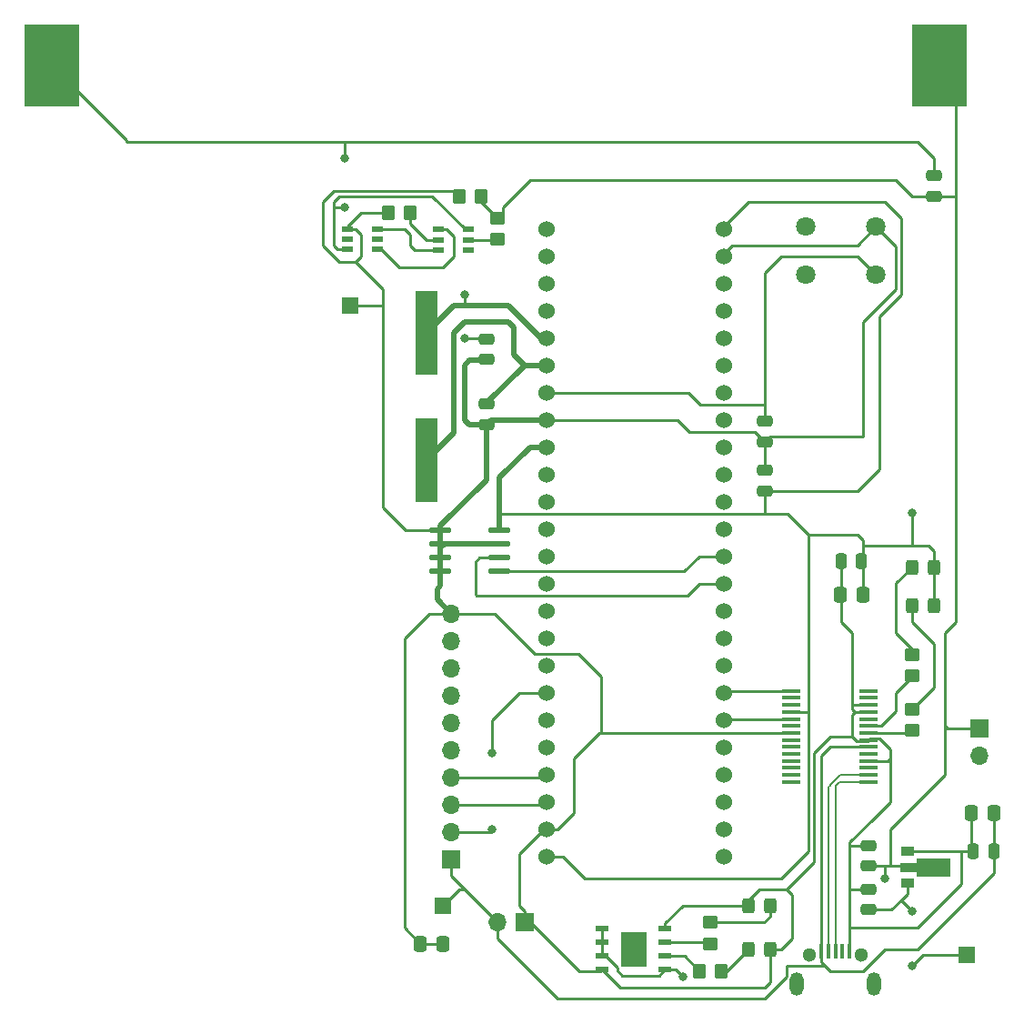
<source format=gbr>
%TF.GenerationSoftware,KiCad,Pcbnew,(7.0.0)*%
%TF.CreationDate,2023-03-21T11:28:41+02:00*%
%TF.ProjectId,EEE3088_design_project,45454533-3038-4385-9f64-657369676e5f,1.0*%
%TF.SameCoordinates,Original*%
%TF.FileFunction,Copper,L1,Top*%
%TF.FilePolarity,Positive*%
%FSLAX46Y46*%
G04 Gerber Fmt 4.6, Leading zero omitted, Abs format (unit mm)*
G04 Created by KiCad (PCBNEW (7.0.0)) date 2023-03-21 11:28:41*
%MOMM*%
%LPD*%
G01*
G04 APERTURE LIST*
G04 Aperture macros list*
%AMRoundRect*
0 Rectangle with rounded corners*
0 $1 Rounding radius*
0 $2 $3 $4 $5 $6 $7 $8 $9 X,Y pos of 4 corners*
0 Add a 4 corners polygon primitive as box body*
4,1,4,$2,$3,$4,$5,$6,$7,$8,$9,$2,$3,0*
0 Add four circle primitives for the rounded corners*
1,1,$1+$1,$2,$3*
1,1,$1+$1,$4,$5*
1,1,$1+$1,$6,$7*
1,1,$1+$1,$8,$9*
0 Add four rect primitives between the rounded corners*
20,1,$1+$1,$2,$3,$4,$5,0*
20,1,$1+$1,$4,$5,$6,$7,0*
20,1,$1+$1,$6,$7,$8,$9,0*
20,1,$1+$1,$8,$9,$2,$3,0*%
%AMFreePoly0*
4,1,9,3.862500,-0.866500,0.737500,-0.866500,0.737500,-0.450000,-0.737500,-0.450000,-0.737500,0.450000,0.737500,0.450000,0.737500,0.866500,3.862500,0.866500,3.862500,-0.866500,3.862500,-0.866500,$1*%
G04 Aperture macros list end*
%TA.AperFunction,SMDPad,CuDef*%
%ADD10R,1.300000X0.900000*%
%TD*%
%TA.AperFunction,SMDPad,CuDef*%
%ADD11FreePoly0,0.000000*%
%TD*%
%TA.AperFunction,SMDPad,CuDef*%
%ADD12RoundRect,0.250000X0.350000X0.450000X-0.350000X0.450000X-0.350000X-0.450000X0.350000X-0.450000X0*%
%TD*%
%TA.AperFunction,SMDPad,CuDef*%
%ADD13RoundRect,0.250000X-0.250000X-0.475000X0.250000X-0.475000X0.250000X0.475000X-0.250000X0.475000X0*%
%TD*%
%TA.AperFunction,ComponentPad*%
%ADD14R,1.700000X1.700000*%
%TD*%
%TA.AperFunction,ComponentPad*%
%ADD15O,1.700000X1.700000*%
%TD*%
%TA.AperFunction,SMDPad,CuDef*%
%ADD16RoundRect,0.250000X0.475000X-0.250000X0.475000X0.250000X-0.475000X0.250000X-0.475000X-0.250000X0*%
%TD*%
%TA.AperFunction,SMDPad,CuDef*%
%ADD17R,1.500000X1.500000*%
%TD*%
%TA.AperFunction,SMDPad,CuDef*%
%ADD18RoundRect,0.250000X-0.337500X-0.475000X0.337500X-0.475000X0.337500X0.475000X-0.337500X0.475000X0*%
%TD*%
%TA.AperFunction,SMDPad,CuDef*%
%ADD19RoundRect,0.250000X-0.325000X-0.450000X0.325000X-0.450000X0.325000X0.450000X-0.325000X0.450000X0*%
%TD*%
%TA.AperFunction,SMDPad,CuDef*%
%ADD20R,1.000000X0.550013*%
%TD*%
%TA.AperFunction,ComponentPad*%
%ADD21C,1.800000*%
%TD*%
%TA.AperFunction,SMDPad,CuDef*%
%ADD22RoundRect,0.250000X-0.475000X0.250000X-0.475000X-0.250000X0.475000X-0.250000X0.475000X0.250000X0*%
%TD*%
%TA.AperFunction,SMDPad,CuDef*%
%ADD23R,0.400000X1.400000*%
%TD*%
%TA.AperFunction,ComponentPad*%
%ADD24C,1.300000*%
%TD*%
%TA.AperFunction,ComponentPad*%
%ADD25O,1.300000X2.200000*%
%TD*%
%TA.AperFunction,SMDPad,CuDef*%
%ADD26RoundRect,0.250000X0.450000X-0.350000X0.450000X0.350000X-0.450000X0.350000X-0.450000X-0.350000X0*%
%TD*%
%TA.AperFunction,SMDPad,CuDef*%
%ADD27RoundRect,0.250000X0.325000X0.450000X-0.325000X0.450000X-0.325000X-0.450000X0.325000X-0.450000X0*%
%TD*%
%TA.AperFunction,SMDPad,CuDef*%
%ADD28O,2.045009X0.588011*%
%TD*%
%TA.AperFunction,SMDPad,CuDef*%
%ADD29R,5.080010X7.620015*%
%TD*%
%TA.AperFunction,ComponentPad*%
%ADD30C,1.524000*%
%TD*%
%TA.AperFunction,SMDPad,CuDef*%
%ADD31RoundRect,0.250000X-0.450000X0.350000X-0.450000X-0.350000X0.450000X-0.350000X0.450000X0.350000X0*%
%TD*%
%TA.AperFunction,SMDPad,CuDef*%
%ADD32R,1.200000X0.600000*%
%TD*%
%TA.AperFunction,SMDPad,CuDef*%
%ADD33R,2.400000X3.300000*%
%TD*%
%TA.AperFunction,SMDPad,CuDef*%
%ADD34R,2.000000X7.875000*%
%TD*%
%TA.AperFunction,SMDPad,CuDef*%
%ADD35R,1.750000X0.450000*%
%TD*%
%TA.AperFunction,ViaPad*%
%ADD36C,0.800000*%
%TD*%
%TA.AperFunction,Conductor*%
%ADD37C,0.250000*%
%TD*%
%TA.AperFunction,Conductor*%
%ADD38C,0.500000*%
%TD*%
%TA.AperFunction,Conductor*%
%ADD39C,0.200000*%
%TD*%
G04 APERTURE END LIST*
D10*
%TO.P,U7,1,GND*%
%TO.N,GND*%
X172293999Y-141755999D03*
D11*
%TO.P,U7,2,VIN*%
%TO.N,/Power managment/POS_terminal*%
X172381500Y-143256000D03*
D10*
%TO.P,U7,3,VOUT*%
%TO.N,Vout3*%
X172293999Y-144755999D03*
%TD*%
D12*
%TO.P,R4,1*%
%TO.N,Net-(D4-K)*%
X154940000Y-152908000D03*
%TO.P,R4,2*%
%TO.N,Net-(U4-STDBY#)*%
X152940000Y-152908000D03*
%TD*%
D13*
%TO.P,C8,1*%
%TO.N,GND*%
X178440000Y-141732000D03*
%TO.P,C8,2*%
%TO.N,+5V*%
X180340000Y-141732000D03*
%TD*%
D14*
%TO.P,J3,1,Pin_1*%
%TO.N,GND*%
X136651999Y-148335999D03*
D15*
%TO.P,J3,2,Pin_2*%
%TO.N,+5V*%
X134111999Y-148335999D03*
%TD*%
D16*
%TO.P,C10,1*%
%TO.N,/Power managment/POS_terminal*%
X168656000Y-143124000D03*
%TO.P,C10,2*%
%TO.N,GND*%
X168656000Y-141224000D03*
%TD*%
D13*
%TO.P,C1,1*%
%TO.N,GND*%
X166120500Y-114746000D03*
%TO.P,C1,2*%
%TO.N,Vout3*%
X168020500Y-114746000D03*
%TD*%
D17*
%TO.P,TP1,1,1*%
%TO.N,+5V*%
X129031999Y-146811999D03*
%TD*%
D18*
%TO.P,C2,1*%
%TO.N,GND*%
X166094500Y-117856000D03*
%TO.P,C2,2*%
%TO.N,Vout3*%
X168169500Y-117856000D03*
%TD*%
D19*
%TO.P,D1,1,K*%
%TO.N,Net-(D1-K)*%
X172702000Y-118872000D03*
%TO.P,D1,2,A*%
%TO.N,Vout3*%
X174752000Y-118872000D03*
%TD*%
D12*
%TO.P,R5,1*%
%TO.N,/Power managment/POS_terminal*%
X132588000Y-80772000D03*
%TO.P,R5,2*%
%TO.N,GND*%
X130588000Y-80772000D03*
%TD*%
D16*
%TO.P,C12,1*%
%TO.N,/Power managment/POS_terminal*%
X174752000Y-80772000D03*
%TO.P,C12,2*%
%TO.N,Net-(BT1--)*%
X174752000Y-78872000D03*
%TD*%
D20*
%TO.P,U5,1,OD*%
%TO.N,/Power managment/OD*%
X128647948Y-83886037D03*
%TO.P,U5,2,CS*%
%TO.N,Net-(U5-CS)*%
X128647948Y-84835999D03*
%TO.P,U5,3,OC*%
%TO.N,/Power managment/OC*%
X128647948Y-85785961D03*
%TO.P,U5,4,TD*%
%TO.N,unconnected-(U5-TD-Pad4)*%
X131448050Y-85785961D03*
%TO.P,U5,5,VCC*%
%TO.N,Net-(U5-VCC)*%
X131448050Y-84835999D03*
%TO.P,U5,6,GND*%
%TO.N,Net-(BT1--)*%
X131448050Y-83886037D03*
%TD*%
D21*
%TO.P,S1,1,1*%
%TO.N,unconnected-(S1-Pad1)*%
X162866064Y-83602064D03*
%TO.P,S1,2,2*%
%TO.N,GND*%
X169365936Y-83602064D03*
%TO.P,S1,3,3*%
%TO.N,unconnected-(S1-Pad3)*%
X162866064Y-88101936D03*
%TO.P,S1,4,4*%
%TO.N,/Microcontroller Interface/NRST*%
X169365936Y-88101936D03*
%TD*%
D14*
%TO.P,J1,1,Pin_1*%
%TO.N,/Power managment/POS_terminal*%
X179012999Y-130296999D03*
D15*
%TO.P,J1,2,Pin_2*%
%TO.N,Vout3*%
X179012999Y-132836999D03*
%TD*%
D22*
%TO.P,C5,1*%
%TO.N,GND*%
X159004000Y-106304000D03*
%TO.P,C5,2*%
%TO.N,Vout3*%
X159004000Y-108204000D03*
%TD*%
D20*
%TO.P,U6,1,S1*%
%TO.N,GND*%
X120135897Y-83819999D03*
%TO.P,U6,2,D1/D2*%
%TO.N,unconnected-(U6-D1{slash}D2-Pad2)*%
X120135897Y-84769961D03*
%TO.P,U6,3,S2*%
%TO.N,Net-(BT1--)*%
X120135897Y-85719923D03*
%TO.P,U6,4,G2*%
%TO.N,/Power managment/OD*%
X122935999Y-85719923D03*
%TO.P,U6,5,D1/D2*%
%TO.N,unconnected-(U6-D1{slash}D2-Pad5)*%
X122935999Y-84769961D03*
%TO.P,U6,6,G1*%
%TO.N,/Power managment/OC*%
X122935999Y-83819999D03*
%TD*%
D19*
%TO.P,D4,1,K*%
%TO.N,Net-(D4-K)*%
X157462000Y-150876000D03*
%TO.P,D4,2,A*%
%TO.N,GND*%
X159512000Y-150876000D03*
%TD*%
D23*
%TO.P,USB1,1,VBUS*%
%TO.N,+5V*%
X164308024Y-151051826D03*
%TO.P,USB1,2,D-*%
%TO.N,/Microcontroller Interface/D-*%
X164958012Y-151051826D03*
%TO.P,USB1,3,D+*%
%TO.N,/Microcontroller Interface/D+*%
X165607999Y-151051826D03*
%TO.P,USB1,4,ID*%
%TO.N,unconnected-(USB1-ID-Pad4)*%
X166257986Y-151051826D03*
%TO.P,USB1,5,GND*%
%TO.N,GND*%
X166907974Y-151051826D03*
D24*
%TO.P,USB1,6,SH1*%
%TO.N,unconnected-(USB1-SH1-Pad6)*%
X168032943Y-151424446D03*
D25*
%TO.P,USB1,7,SH2*%
%TO.N,unconnected-(USB1-SH2-Pad7)*%
X169207948Y-154094498D03*
%TO.P,USB1,8,SH3*%
%TO.N,unconnected-(USB1-SH3-Pad8)*%
X162008050Y-154094498D03*
D24*
%TO.P,USB1,9,SH4*%
%TO.N,unconnected-(USB1-SH4-Pad9)*%
X163183057Y-151424446D03*
%TD*%
D18*
%TO.P,C9,1*%
%TO.N,GND*%
X126957000Y-150368000D03*
%TO.P,C9,2*%
X129032000Y-150368000D03*
%TD*%
D26*
%TO.P,R2,1*%
%TO.N,Net-(U2-CBUS0)*%
X172720000Y-125444000D03*
%TO.P,R2,2*%
%TO.N,Net-(D2-K)*%
X172720000Y-123444000D03*
%TD*%
D18*
%TO.P,C7,1*%
%TO.N,GND*%
X178265000Y-138176000D03*
%TO.P,C7,2*%
%TO.N,+5V*%
X180340000Y-138176000D03*
%TD*%
D27*
%TO.P,D3,1,K*%
%TO.N,Net-(D3-K)*%
X159512000Y-146812000D03*
%TO.P,D3,2,A*%
%TO.N,GND*%
X157462000Y-146812000D03*
%TD*%
D14*
%TO.P,J2,1,Pin_1*%
%TO.N,+5V*%
X129850999Y-142488999D03*
D15*
%TO.P,J2,2,Pin_2*%
%TO.N,Analog temp sensor*%
X129850999Y-139948999D03*
%TO.P,J2,3,Pin_3*%
%TO.N,Temp_Sensor_SDA*%
X129850999Y-137408999D03*
%TO.P,J2,4,Pin_4*%
%TO.N,Temp_Sensor_SLC*%
X129850999Y-134868999D03*
%TO.P,J2,5,Pin_5*%
%TO.N,unconnected-(J2-Pin_5-Pad5)*%
X129850999Y-132328999D03*
%TO.P,J2,6,Pin_6*%
%TO.N,unconnected-(J2-Pin_6-Pad6)*%
X129850999Y-129788999D03*
%TO.P,J2,7,Pin_7*%
%TO.N,/Microcontroller Interface/Plug_Detect*%
X129850999Y-127248999D03*
%TO.P,J2,8,Pin_8*%
%TO.N,/Microcontroller Interface/TX*%
X129850999Y-124708999D03*
%TO.P,J2,9,Pin_9*%
%TO.N,/Microcontroller Interface/RX*%
X129850999Y-122168999D03*
%TO.P,J2,10,Pin_10*%
%TO.N,GND*%
X129850999Y-119628999D03*
%TD*%
D26*
%TO.P,R1,1*%
%TO.N,Net-(U2-CBUS1)*%
X172720000Y-130524000D03*
%TO.P,R1,2*%
%TO.N,Net-(D1-K)*%
X172720000Y-128524000D03*
%TD*%
D19*
%TO.P,D2,1,K*%
%TO.N,Net-(D2-K)*%
X172702000Y-115316000D03*
%TO.P,D2,2,A*%
%TO.N,Vout3*%
X174752000Y-115316000D03*
%TD*%
D16*
%TO.P,C11,1*%
%TO.N,Vout3*%
X168656000Y-147188000D03*
%TO.P,C11,2*%
%TO.N,GND*%
X168656000Y-145288000D03*
%TD*%
D28*
%TO.P,U3,1,A0*%
%TO.N,GND*%
X128799583Y-111886995D03*
%TO.P,U3,2,A1*%
X128799583Y-113156998D03*
%TO.P,U3,3,A2*%
X128799583Y-114427000D03*
%TO.P,U3,4,GND*%
X128799583Y-115697003D03*
%TO.P,U3,5,SDA*%
%TO.N,/Microcontroller Interface/Eprom_SDA*%
X134344415Y-115697003D03*
%TO.P,U3,6,SCL*%
%TO.N,/Microcontroller Interface/Eprom_SLC*%
X134344415Y-114427000D03*
%TO.P,U3,7,WP*%
%TO.N,GND*%
X134344415Y-113156998D03*
%TO.P,U3,8,VCC*%
%TO.N,Vout3*%
X134344415Y-111886995D03*
%TD*%
D29*
%TO.P,BT1,1,+*%
%TO.N,/Power managment/POS_terminal*%
X175259999Y-68579999D03*
%TO.P,BT1,2,-*%
%TO.N,Net-(BT1--)*%
X92633633Y-68579999D03*
%TD*%
D17*
%TO.P,TP3,1,1*%
%TO.N,Vout3*%
X177799999Y-151383999D03*
%TD*%
D30*
%TO.P,J7,1,Pin_1*%
%TO.N,unconnected-(J7-Pin_1-Pad1)*%
X138684000Y-83820000D03*
%TO.P,J7,2,Pin_2*%
%TO.N,unconnected-(J7-Pin_2-Pad2)*%
X138684000Y-86360000D03*
%TO.P,J7,3,Pin_3*%
%TO.N,unconnected-(J7-Pin_3-Pad3)*%
X138684000Y-88900000D03*
%TO.P,J7,4,Pin_4*%
%TO.N,unconnected-(J7-Pin_4-Pad4)*%
X138684000Y-91440000D03*
%TO.P,J7,5,Pin_5*%
%TO.N,Net-(J7-Pin_5)*%
X138684000Y-93980000D03*
%TO.P,J7,6,Pin_6*%
%TO.N,Net-(J7-Pin_6)*%
X138684000Y-96520000D03*
%TO.P,J7,7,Pin_7*%
%TO.N,/Microcontroller Interface/NRST*%
X138684000Y-99060000D03*
%TO.P,J7,8,Pin_8*%
%TO.N,GND*%
X138684000Y-101600000D03*
%TO.P,J7,9,Pin_9*%
%TO.N,Vout3*%
X138684000Y-104140000D03*
%TO.P,J7,10,Pin_10*%
%TO.N,PA0*%
X138684000Y-106680000D03*
%TO.P,J7,11,Pin_11*%
%TO.N,PA1*%
X138684000Y-109220000D03*
%TO.P,J7,12,Pin_12*%
%TO.N,PA2*%
X138684000Y-111760000D03*
%TO.P,J7,13,Pin_13*%
%TO.N,PA3*%
X138684000Y-114300000D03*
%TO.P,J7,14,Pin_14*%
%TO.N,PA4*%
X138684000Y-116840000D03*
%TO.P,J7,15,Pin_15*%
%TO.N,PA5*%
X138684000Y-119380000D03*
%TO.P,J7,16,Pin_16*%
%TO.N,PA6*%
X138684000Y-121920000D03*
%TO.P,J7,17,Pin_17*%
%TO.N,unconnected-(J7-Pin_17-Pad17)*%
X138684000Y-124460000D03*
%TO.P,J7,18,Pin_18*%
%TO.N,Analog temp sensor*%
X138684000Y-127000000D03*
%TO.P,J7,19,Pin_19*%
%TO.N,PB1*%
X138684000Y-129540000D03*
%TO.P,J7,20,Pin_20*%
%TO.N,PB2*%
X138684000Y-132080000D03*
%TO.P,J7,21,Pin_21*%
%TO.N,Temp_Sensor_SLC*%
X138684000Y-134620000D03*
%TO.P,J7,22,Pin_22*%
%TO.N,Temp_Sensor_SDA*%
X138684000Y-137160000D03*
%TO.P,J7,23,Pin_23*%
%TO.N,GND*%
X138684000Y-139700000D03*
%TO.P,J7,24,Pin_24*%
%TO.N,Vout3*%
X138684000Y-142240000D03*
%TO.P,J7,25,Pin_25*%
%TO.N,PB12*%
X155194000Y-142240000D03*
%TO.P,J7,26,Pin_26*%
%TO.N,PB13*%
X155194000Y-139700000D03*
%TO.P,J7,27,Pin_27*%
%TO.N,PB14*%
X155194000Y-137160000D03*
%TO.P,J7,28,Pin_28*%
%TO.N,PB15*%
X155194000Y-134620000D03*
%TO.P,J7,29,Pin_29*%
%TO.N,PA8*%
X155194000Y-132080000D03*
%TO.P,J7,30,Pin_30*%
%TO.N,/Microcontroller Interface/RX*%
X155194000Y-129540000D03*
%TO.P,J7,31,Pin_31*%
%TO.N,/Microcontroller Interface/TX*%
X155194000Y-127000000D03*
%TO.P,J7,32,Pin_32*%
%TO.N,PA11*%
X155194000Y-124460000D03*
%TO.P,J7,33,Pin_33*%
%TO.N,PA12*%
X155194000Y-121920000D03*
%TO.P,J7,34,Pin_34*%
%TO.N,PA13*%
X155194000Y-119380000D03*
%TO.P,J7,35,Pin_35*%
%TO.N,/Microcontroller Interface/Eprom_SLC*%
X155194000Y-116840000D03*
%TO.P,J7,36,Pin_36*%
%TO.N,/Microcontroller Interface/Eprom_SDA*%
X155194000Y-114300000D03*
%TO.P,J7,37,Pin_37*%
%TO.N,PA14*%
X155194000Y-111760000D03*
%TO.P,J7,38,Pin_38*%
%TO.N,PA15*%
X155194000Y-109220000D03*
%TO.P,J7,39,Pin_39*%
%TO.N,PB3*%
X155194000Y-106680000D03*
%TO.P,J7,40,Pin_40*%
%TO.N,PB4*%
X155194000Y-104140000D03*
%TO.P,J7,41,Pin_41*%
%TO.N,PB5*%
X155194000Y-101600000D03*
%TO.P,J7,42,Pin_42*%
%TO.N,PB6*%
X155194000Y-99060000D03*
%TO.P,J7,43,Pin_43*%
%TO.N,PB7*%
X155194000Y-96520000D03*
%TO.P,J7,44,Pin_44*%
%TO.N,unconnected-(J7-Pin_44-Pad44)*%
X155194000Y-93980000D03*
%TO.P,J7,45,Pin_45*%
%TO.N,PB8*%
X155194000Y-91440000D03*
%TO.P,J7,46,Pin_46*%
%TO.N,PB9*%
X155194000Y-88900000D03*
%TO.P,J7,47,Pin_47*%
%TO.N,GND*%
X155194000Y-86360000D03*
%TO.P,J7,48,Pin_48*%
%TO.N,Vout3*%
X155194000Y-83820000D03*
%TD*%
D17*
%TO.P,TP2,1,1*%
%TO.N,GND*%
X120395999Y-90931999D03*
%TD*%
D31*
%TO.P,R7,1*%
%TO.N,/Power managment/POS_terminal*%
X134112000Y-82804000D03*
%TO.P,R7,2*%
%TO.N,Net-(U5-VCC)*%
X134112000Y-84804000D03*
%TD*%
D16*
%TO.P,C3,1*%
%TO.N,GND*%
X133129000Y-102009000D03*
%TO.P,C3,2*%
%TO.N,Net-(J7-Pin_6)*%
X133129000Y-100109000D03*
%TD*%
D32*
%TO.P,U4,1,TEMP*%
%TO.N,/Power managment/POS_terminal*%
X143903693Y-148970995D03*
%TO.P,U4,2,PROG*%
X143903693Y-150240998D03*
%TO.P,U4,3,GND*%
X143903693Y-151511000D03*
%TO.P,U4,4,VCC*%
%TO.N,GND*%
X143903693Y-152781003D03*
%TO.P,U4,5,BAT*%
%TO.N,/Power managment/POS_terminal*%
X149720305Y-152781003D03*
%TO.P,U4,6,STDBY#*%
%TO.N,Net-(U4-STDBY#)*%
X149720305Y-151511000D03*
%TO.P,U4,7,CHRG#*%
%TO.N,Net-(U4-CHRG#)*%
X149720305Y-150240998D03*
%TO.P,U4,8,CE*%
%TO.N,GND*%
X149720305Y-148970995D03*
D33*
%TO.P,U4,9,EP*%
%TO.N,unconnected-(U4-EP-Pad9)*%
X146811999Y-150875999D03*
%TD*%
D16*
%TO.P,C4,1*%
%TO.N,GND*%
X133129000Y-95979000D03*
%TO.P,C4,2*%
%TO.N,Net-(J7-Pin_5)*%
X133129000Y-94079000D03*
%TD*%
D12*
%TO.P,R6,1*%
%TO.N,Net-(U5-CS)*%
X125984000Y-82296000D03*
%TO.P,R6,2*%
%TO.N,GND*%
X123984000Y-82296000D03*
%TD*%
D34*
%TO.P,Y1,1,1*%
%TO.N,Net-(J7-Pin_5)*%
X127507999Y-93471999D03*
%TO.P,Y1,2,2*%
%TO.N,Net-(J7-Pin_6)*%
X127507999Y-105346999D03*
%TD*%
D31*
%TO.P,R3,1*%
%TO.N,Net-(D3-K)*%
X153924000Y-148368000D03*
%TO.P,R3,2*%
%TO.N,Net-(U4-CHRG#)*%
X153924000Y-150368000D03*
%TD*%
D35*
%TO.P,U2,1,TXD*%
%TO.N,/Microcontroller Interface/TX*%
X161499999Y-126838999D03*
%TO.P,U2,2,DTR*%
%TO.N,unconnected-(U2-DTR-Pad2)*%
X161499999Y-127488999D03*
%TO.P,U2,3,RTS*%
%TO.N,unconnected-(U2-RTS-Pad3)*%
X161499999Y-128138999D03*
%TO.P,U2,4,VCCIO*%
%TO.N,Vout3*%
X161499999Y-128788999D03*
%TO.P,U2,5,RXD*%
%TO.N,/Microcontroller Interface/RX*%
X161499999Y-129438999D03*
%TO.P,U2,6,RI*%
%TO.N,unconnected-(U2-RI-Pad6)*%
X161499999Y-130088999D03*
%TO.P,U2,7,GND*%
%TO.N,GND*%
X161499999Y-130738999D03*
%TO.P,U2,8*%
%TO.N,N/C*%
X161499999Y-131388999D03*
%TO.P,U2,9,DCR*%
%TO.N,unconnected-(U2-DCR-Pad9)*%
X161499999Y-132038999D03*
%TO.P,U2,10,DCD*%
%TO.N,unconnected-(U2-DCD-Pad10)*%
X161499999Y-132688999D03*
%TO.P,U2,11,CTS*%
%TO.N,unconnected-(U2-CTS-Pad11)*%
X161499999Y-133338999D03*
%TO.P,U2,12,CBUS4*%
%TO.N,unconnected-(U2-CBUS4-Pad12)*%
X161499999Y-133988999D03*
%TO.P,U2,13,CBUS2*%
%TO.N,unconnected-(U2-CBUS2-Pad13)*%
X161499999Y-134638999D03*
%TO.P,U2,14,CBUS3*%
%TO.N,unconnected-(U2-CBUS3-Pad14)*%
X161499999Y-135288999D03*
%TO.P,U2,15,USBD+*%
%TO.N,/Microcontroller Interface/D+*%
X168699999Y-135288999D03*
%TO.P,U2,16,USBD-*%
%TO.N,/Microcontroller Interface/D-*%
X168699999Y-134638999D03*
%TO.P,U2,17,3V3OUT*%
%TO.N,unconnected-(U2-3V3OUT-Pad17)*%
X168699999Y-133988999D03*
%TO.P,U2,18,GND*%
%TO.N,GND*%
X168699999Y-133338999D03*
%TO.P,U2,19,~{RESET}*%
%TO.N,unconnected-(U2-~{RESET}-Pad19)*%
X168699999Y-132688999D03*
%TO.P,U2,20,VCC*%
%TO.N,+5V*%
X168699999Y-132038999D03*
%TO.P,U2,21,GND*%
%TO.N,GND*%
X168699999Y-131388999D03*
%TO.P,U2,22,CBUS1*%
%TO.N,Net-(U2-CBUS1)*%
X168699999Y-130738999D03*
%TO.P,U2,23,CBUS0*%
%TO.N,Net-(U2-CBUS0)*%
X168699999Y-130088999D03*
%TO.P,U2,24*%
%TO.N,N/C*%
X168699999Y-129438999D03*
%TO.P,U2,25,AGND*%
%TO.N,GND*%
X168699999Y-128788999D03*
%TO.P,U2,26,TEST*%
X168699999Y-128138999D03*
%TO.P,U2,27,OSCI*%
%TO.N,unconnected-(U2-OSCI-Pad27)*%
X168699999Y-127488999D03*
%TO.P,U2,28,OSCO*%
%TO.N,unconnected-(U2-OSCO-Pad28)*%
X168699999Y-126838999D03*
%TD*%
D16*
%TO.P,C6,1*%
%TO.N,GND*%
X159004000Y-103632000D03*
%TO.P,C6,2*%
%TO.N,/Microcontroller Interface/NRST*%
X159004000Y-101732000D03*
%TD*%
D36*
%TO.N,Analog temp sensor*%
X133604000Y-132588000D03*
X133604000Y-139700000D03*
%TO.N,/Power managment/POS_terminal*%
X170180000Y-144272000D03*
X151384000Y-153416000D03*
%TO.N,Net-(BT1--)*%
X119888000Y-77216000D03*
X119888000Y-81788000D03*
%TO.N,Vout3*%
X172720000Y-152400000D03*
X172720000Y-147320000D03*
X172720000Y-110236000D03*
%TO.N,Net-(J7-Pin_5)*%
X131064000Y-93980000D03*
X131064000Y-89916000D03*
%TD*%
D37*
%TO.N,GND*%
X166116000Y-120396000D02*
X166116000Y-117877500D01*
X169700000Y-131289000D02*
X168800000Y-131289000D01*
D38*
X129032000Y-113284000D02*
X128926585Y-113284000D01*
D37*
X129851000Y-119629000D02*
X133853000Y-119629000D01*
X143581000Y-130739000D02*
X141224000Y-133096000D01*
X161544000Y-145796000D02*
X161544000Y-149860000D01*
X177292000Y-141756000D02*
X177292000Y-144780000D01*
X143776698Y-152908000D02*
X143903694Y-152781004D01*
D38*
X131064000Y-101600000D02*
X131473000Y-102009000D01*
D37*
X137597000Y-123373000D02*
X141661000Y-123373000D01*
X120135898Y-83820000D02*
X120135898Y-83572102D01*
X121412000Y-86360000D02*
X120904000Y-86868000D01*
X155956000Y-85344000D02*
X167624000Y-85344000D01*
X120135898Y-83572102D02*
X121412000Y-82296000D01*
X161036000Y-145288000D02*
X161544000Y-145796000D01*
X130080000Y-80264000D02*
X130588000Y-80772000D01*
X139700000Y-139700000D02*
X138430000Y-139700000D01*
X125476000Y-148887000D02*
X126957000Y-150368000D01*
X145554690Y-154432000D02*
X159004000Y-154432000D01*
D38*
X133129000Y-102009000D02*
X133538000Y-101600000D01*
D37*
X173228000Y-148844000D02*
X166907975Y-148844000D01*
X168600000Y-131489000D02*
X168700000Y-131389000D01*
X168700000Y-133339000D02*
X170445000Y-133339000D01*
X141224000Y-138176000D02*
X139700000Y-139700000D01*
D38*
X131473000Y-102009000D02*
X133129000Y-102009000D01*
D37*
X117856000Y-81280000D02*
X118872000Y-80264000D01*
X167557000Y-131489000D02*
X168600000Y-131489000D01*
X133129000Y-95979000D02*
X133063000Y-96045000D01*
X166120500Y-114746000D02*
X166120500Y-117830000D01*
X163576000Y-142748000D02*
X161036000Y-145288000D01*
X167255000Y-128139000D02*
X168700000Y-128139000D01*
X136144000Y-146812000D02*
X136652000Y-147320000D01*
X167375000Y-128789000D02*
X167132000Y-128546000D01*
X167132000Y-121412000D02*
X166116000Y-120396000D01*
X123444000Y-90932000D02*
X123444000Y-109728000D01*
X177292000Y-141756000D02*
X178416000Y-141756000D01*
X161500000Y-130739000D02*
X143764000Y-130739000D01*
X118872000Y-80264000D02*
X130080000Y-80264000D01*
D38*
X128799584Y-115697004D02*
X128799584Y-114427001D01*
D37*
X167132000Y-128546000D02*
X167132000Y-128016000D01*
X159512000Y-103124000D02*
X168148000Y-103124000D01*
X127767000Y-119629000D02*
X125476000Y-121920000D01*
X169222000Y-138684000D02*
X169164000Y-138684000D01*
X136652000Y-148336000D02*
X137160000Y-148336000D01*
X161036000Y-150368000D02*
X160528000Y-150876000D01*
X120904000Y-86868000D02*
X119380000Y-86868000D01*
X163576000Y-132588000D02*
X163576000Y-142748000D01*
X143764000Y-125476000D02*
X143764000Y-130739000D01*
X154940000Y-86360000D02*
X155956000Y-85344000D01*
D38*
X128926585Y-113284000D02*
X128799584Y-113156999D01*
D37*
X141661000Y-123373000D02*
X143764000Y-125476000D01*
D38*
X133096000Y-107188000D02*
X133096000Y-102042000D01*
D37*
X167132000Y-131064000D02*
X165100000Y-131064000D01*
X143903694Y-152781004D02*
X145554690Y-154432000D01*
X137160000Y-148336000D02*
X141732000Y-152908000D01*
D38*
X133096000Y-102042000D02*
X133129000Y-102009000D01*
D37*
X143764000Y-130739000D02*
X143581000Y-130739000D01*
D38*
X128524000Y-118302000D02*
X128524000Y-117348000D01*
D37*
X171196000Y-85432128D02*
X169365936Y-83602064D01*
D38*
X128799584Y-114427001D02*
X128799584Y-113156999D01*
D37*
X120904000Y-83820000D02*
X121412000Y-84328000D01*
X120396000Y-90932000D02*
X123444000Y-90932000D01*
X125602996Y-111886996D02*
X128799584Y-111886996D01*
X166907975Y-141224000D02*
X166907975Y-140940025D01*
X166116000Y-117877500D02*
X166094500Y-117856000D01*
X166120500Y-117830000D02*
X166094500Y-117856000D01*
D38*
X128524000Y-117348000D02*
X128799584Y-117072416D01*
D37*
X170688000Y-137160000D02*
X170688000Y-133096000D01*
X123444000Y-109728000D02*
X125602996Y-111886996D01*
X138430000Y-101600000D02*
X150876000Y-101600000D01*
X151963000Y-102687000D02*
X158059000Y-102687000D01*
D38*
X128799584Y-117072416D02*
X128799584Y-115697004D01*
D37*
X168148000Y-103124000D02*
X168148000Y-92456000D01*
X170445000Y-133339000D02*
X170688000Y-133096000D01*
X165100000Y-131064000D02*
X163576000Y-132588000D01*
X172294000Y-141756000D02*
X177292000Y-141756000D01*
X133853000Y-119629000D02*
X137597000Y-123373000D01*
D38*
X129851000Y-119629000D02*
X128524000Y-118302000D01*
D37*
X125476000Y-121920000D02*
X125476000Y-148887000D01*
D38*
X131539000Y-96045000D02*
X131064000Y-96520000D01*
D37*
X167132000Y-129032000D02*
X167132000Y-131064000D01*
X168656000Y-141224000D02*
X166907975Y-141224000D01*
D38*
X128799584Y-111484416D02*
X133096000Y-107188000D01*
D37*
X178265000Y-138176000D02*
X178265000Y-141557000D01*
X121412000Y-82296000D02*
X123984000Y-82296000D01*
X167132000Y-128016000D02*
X167132000Y-121412000D01*
X149720306Y-148475694D02*
X151384000Y-146812000D01*
X169164000Y-138684000D02*
X170688000Y-137160000D01*
X117856000Y-85344000D02*
X117856000Y-81280000D01*
X167624000Y-85344000D02*
X169365936Y-83602064D01*
X168800000Y-131289000D02*
X168700000Y-131389000D01*
X149720306Y-148970996D02*
X149720306Y-148475694D01*
X151384000Y-146812000D02*
X157462000Y-146812000D01*
X126957000Y-150368000D02*
X129032000Y-150368000D01*
D38*
X129159001Y-113156999D02*
X129032000Y-113284000D01*
D37*
X160528000Y-150876000D02*
X159512000Y-150876000D01*
X166907975Y-148844000D02*
X166907975Y-145288000D01*
X170688000Y-132277000D02*
X169700000Y-131289000D01*
X178265000Y-141557000D02*
X178440000Y-141732000D01*
X168700000Y-128789000D02*
X167375000Y-128789000D01*
X121412000Y-84328000D02*
X121412000Y-86360000D01*
X178416000Y-141756000D02*
X178440000Y-141732000D01*
X136144000Y-141986000D02*
X136144000Y-146812000D01*
X157462000Y-146322000D02*
X158496000Y-145288000D01*
X141732000Y-152908000D02*
X143776698Y-152908000D01*
X119380000Y-86868000D02*
X117856000Y-85344000D01*
D38*
X131064000Y-96520000D02*
X131064000Y-101600000D01*
D37*
X159004000Y-103632000D02*
X159512000Y-103124000D01*
X170688000Y-133096000D02*
X170688000Y-132277000D01*
X166907975Y-151051827D02*
X166907975Y-148844000D01*
X167132000Y-128016000D02*
X167255000Y-128139000D01*
X166907975Y-140940025D02*
X169164000Y-138684000D01*
X168148000Y-92456000D02*
X171196000Y-89408000D01*
X150876000Y-101600000D02*
X151963000Y-102687000D01*
X161544000Y-149860000D02*
X161036000Y-150368000D01*
X141224000Y-133096000D02*
X141224000Y-138176000D01*
X120904000Y-86868000D02*
X123444000Y-89408000D01*
X171196000Y-89408000D02*
X171196000Y-85432128D01*
X158059000Y-102687000D02*
X159004000Y-103632000D01*
X138430000Y-139700000D02*
X136144000Y-141986000D01*
X168656000Y-145288000D02*
X166907975Y-145288000D01*
D38*
X128799584Y-111886996D02*
X128799584Y-111484416D01*
D37*
X177292000Y-144780000D02*
X173228000Y-148844000D01*
X159004000Y-106304000D02*
X159004000Y-103632000D01*
X167375000Y-128789000D02*
X167132000Y-129032000D01*
X166907975Y-145288000D02*
X166907975Y-141224000D01*
X158496000Y-145288000D02*
X161036000Y-145288000D01*
D38*
X134344416Y-113156999D02*
X129159001Y-113156999D01*
D37*
X129851000Y-119629000D02*
X127767000Y-119629000D01*
X159512000Y-153924000D02*
X159512000Y-150876000D01*
X159004000Y-154432000D02*
X159512000Y-153924000D01*
D38*
X133538000Y-101600000D02*
X138430000Y-101600000D01*
X133063000Y-96045000D02*
X131539000Y-96045000D01*
D37*
X157462000Y-146812000D02*
X157462000Y-146322000D01*
X167132000Y-131064000D02*
X167557000Y-131489000D01*
X123444000Y-89408000D02*
X123444000Y-90932000D01*
X136652000Y-147320000D02*
X136652000Y-148336000D01*
X120135898Y-83820000D02*
X120904000Y-83820000D01*
D38*
X128799584Y-113156999D02*
X128799584Y-111886996D01*
D37*
%TO.N,+5V*%
X129032000Y-146812000D02*
X130556000Y-145288000D01*
X161036000Y-152400000D02*
X161036000Y-153416000D01*
X168148000Y-152908000D02*
X170180000Y-150876000D01*
X170180000Y-150876000D02*
X173228000Y-150876000D01*
X164592000Y-152400000D02*
X161036000Y-152400000D01*
X164308025Y-132871975D02*
X164308025Y-151051827D01*
X164846000Y-152654000D02*
X164592000Y-152400000D01*
X165141000Y-132039000D02*
X164308025Y-132871975D01*
X165100000Y-152908000D02*
X168148000Y-152908000D01*
X164846000Y-152654000D02*
X165100000Y-152908000D01*
X129851000Y-144075000D02*
X131064000Y-145288000D01*
X129851000Y-142489000D02*
X129851000Y-144075000D01*
X130556000Y-145288000D02*
X131064000Y-145288000D01*
X159004000Y-155448000D02*
X139700000Y-155448000D01*
X168700000Y-132039000D02*
X165141000Y-132039000D01*
X173228000Y-150876000D02*
X180340000Y-143764000D01*
X139700000Y-155448000D02*
X134112000Y-149860000D01*
X134112000Y-149860000D02*
X134112000Y-148336000D01*
X164308025Y-151051827D02*
X164308025Y-152116025D01*
X161036000Y-153416000D02*
X159004000Y-155448000D01*
X131064000Y-145288000D02*
X134112000Y-148336000D01*
X164308025Y-152116025D02*
X164846000Y-152654000D01*
X180340000Y-143764000D02*
X180340000Y-141732000D01*
X180340000Y-141732000D02*
X180340000Y-138176000D01*
%TO.N,Net-(D1-K)*%
X172720000Y-120396000D02*
X172720000Y-118890000D01*
X172720000Y-128524000D02*
X174752000Y-126492000D01*
X174752000Y-126492000D02*
X174752000Y-122428000D01*
X172720000Y-118890000D02*
X172702000Y-118872000D01*
X174752000Y-122428000D02*
X172720000Y-120396000D01*
%TO.N,Net-(D2-K)*%
X171196000Y-116822000D02*
X172702000Y-115316000D01*
X172720000Y-123444000D02*
X172720000Y-122936000D01*
X171196000Y-121412000D02*
X171196000Y-116822000D01*
X172720000Y-122936000D02*
X171196000Y-121412000D01*
%TO.N,Analog temp sensor*%
X133355000Y-139949000D02*
X133604000Y-139700000D01*
X133604000Y-132588000D02*
X133604000Y-129540000D01*
X133604000Y-129540000D02*
X136144000Y-127000000D01*
X136144000Y-127000000D02*
X138430000Y-127000000D01*
X129851000Y-139949000D02*
X133355000Y-139949000D01*
%TO.N,Temp_Sensor_SDA*%
X129851000Y-137409000D02*
X138181000Y-137409000D01*
X138181000Y-137409000D02*
X138430000Y-137160000D01*
%TO.N,Temp_Sensor_SLC*%
X129851000Y-134869000D02*
X138181000Y-134869000D01*
X138181000Y-134869000D02*
X138430000Y-134620000D01*
%TO.N,/Microcontroller Interface/TX*%
X155101000Y-126839000D02*
X154940000Y-127000000D01*
X161500000Y-126839000D02*
X155101000Y-126839000D01*
%TO.N,/Microcontroller Interface/RX*%
X154940000Y-129540000D02*
X155041000Y-129439000D01*
X155041000Y-129439000D02*
X161500000Y-129439000D01*
%TO.N,Net-(U2-CBUS1)*%
X172505000Y-130739000D02*
X172720000Y-130524000D01*
X168700000Y-130739000D02*
X172505000Y-130739000D01*
%TO.N,Net-(U2-CBUS0)*%
X171196000Y-127000000D02*
X172720000Y-125476000D01*
X168700000Y-130089000D02*
X169825000Y-130089000D01*
X169825000Y-130089000D02*
X171196000Y-128718000D01*
X171196000Y-128718000D02*
X171196000Y-127000000D01*
X172720000Y-125476000D02*
X172720000Y-125444000D01*
%TO.N,/Microcontroller Interface/Eprom_SLC*%
X152908000Y-116840000D02*
X154940000Y-116840000D01*
X132151000Y-117927000D02*
X151821000Y-117927000D01*
X134344416Y-114427001D02*
X132460999Y-114427001D01*
X151821000Y-117927000D02*
X152908000Y-116840000D01*
X132080000Y-114808000D02*
X132080000Y-117856000D01*
X132460999Y-114427001D02*
X132080000Y-114808000D01*
X132080000Y-117856000D02*
X132151000Y-117927000D01*
%TO.N,/Microcontroller Interface/Eprom_SDA*%
X134344416Y-115697004D02*
X151510996Y-115697004D01*
X151510996Y-115697004D02*
X152908000Y-114300000D01*
X152908000Y-114300000D02*
X154940000Y-114300000D01*
D39*
%TO.N,/Microcontroller Interface/D+*%
X165608000Y-135636000D02*
X165608000Y-151051827D01*
X168700000Y-135289000D02*
X165955000Y-135289000D01*
X165955000Y-135289000D02*
X165608000Y-135636000D01*
%TO.N,/Microcontroller Interface/D-*%
X164958013Y-135777987D02*
X164958013Y-151051827D01*
X165100000Y-135578314D02*
X165100000Y-135636000D01*
X168700000Y-134639000D02*
X166039314Y-134639000D01*
X166039314Y-134639000D02*
X165100000Y-135578314D01*
X165100000Y-135636000D02*
X164958013Y-135777987D01*
D37*
%TO.N,/Power managment/POS_terminal*%
X145767004Y-153331004D02*
X149170306Y-153331004D01*
X134112000Y-82804000D02*
X132588000Y-81280000D01*
X172720000Y-80772000D02*
X174752000Y-80772000D01*
X176784000Y-70104000D02*
X175260000Y-68580000D01*
X179013000Y-130297000D02*
X176017000Y-130297000D01*
X170180000Y-144272000D02*
X170180000Y-143124000D01*
X175768000Y-130048000D02*
X175768000Y-121412000D01*
X143903694Y-151511001D02*
X143903694Y-150240999D01*
X174752000Y-80772000D02*
X176784000Y-80772000D01*
X172249500Y-143124000D02*
X172381500Y-143256000D01*
X170180000Y-143124000D02*
X170688000Y-143124000D01*
X144203694Y-151511001D02*
X145287000Y-152594307D01*
X170688000Y-143124000D02*
X172249500Y-143124000D01*
X143903694Y-151511001D02*
X144203694Y-151511001D01*
X171196000Y-79248000D02*
X172720000Y-80772000D01*
X145287000Y-152851000D02*
X145767004Y-153331004D01*
X168656000Y-143124000D02*
X170180000Y-143124000D01*
X176784000Y-80772000D02*
X176784000Y-70104000D01*
X134112000Y-82804000D02*
X134620000Y-82296000D01*
X170688000Y-139700000D02*
X175768000Y-134620000D01*
X137160000Y-79248000D02*
X171196000Y-79248000D01*
X176017000Y-130297000D02*
X175768000Y-130048000D01*
X145287000Y-152594307D02*
X145287000Y-152851000D01*
X134620000Y-81788000D02*
X137160000Y-79248000D01*
X150749004Y-152781004D02*
X151384000Y-153416000D01*
X134620000Y-82296000D02*
X134620000Y-81788000D01*
X143903694Y-150240999D02*
X143903694Y-148970996D01*
X132588000Y-81280000D02*
X132588000Y-80772000D01*
X176784000Y-120396000D02*
X176784000Y-80772000D01*
X149170306Y-153331004D02*
X149720306Y-152781004D01*
X175768000Y-121412000D02*
X176784000Y-120396000D01*
X170688000Y-143124000D02*
X170688000Y-139700000D01*
X175768000Y-134620000D02*
X175768000Y-130048000D01*
X149720306Y-152781004D02*
X150749004Y-152781004D01*
%TO.N,Net-(BT1--)*%
X99568000Y-75514366D02*
X99568000Y-75692000D01*
X118872000Y-81280000D02*
X118872000Y-85344000D01*
X118872000Y-85344000D02*
X119247924Y-85719924D01*
X173228000Y-75692000D02*
X174752000Y-77216000D01*
X174752000Y-77216000D02*
X174752000Y-78872000D01*
X119888000Y-77216000D02*
X119888000Y-75692000D01*
X131130038Y-83886038D02*
X128016000Y-80772000D01*
X128016000Y-80772000D02*
X119380000Y-80772000D01*
X119888000Y-75692000D02*
X173228000Y-75692000D01*
X119247924Y-85719924D02*
X120135898Y-85719924D01*
X131448051Y-83886038D02*
X131130038Y-83886038D01*
X119380000Y-80772000D02*
X118872000Y-81280000D01*
X92633634Y-68580000D02*
X99568000Y-75514366D01*
X99568000Y-75692000D02*
X119888000Y-75692000D01*
X119888000Y-81788000D02*
X118872000Y-81788000D01*
%TO.N,Net-(D3-K)*%
X158972000Y-148368000D02*
X159512000Y-147828000D01*
X153924000Y-148368000D02*
X158972000Y-148368000D01*
X159512000Y-147828000D02*
X159512000Y-146812000D01*
%TO.N,Net-(D4-K)*%
X155430000Y-152908000D02*
X157462000Y-150876000D01*
X154940000Y-152908000D02*
X155430000Y-152908000D01*
%TO.N,Net-(U5-CS)*%
X125984000Y-83312000D02*
X125984000Y-82296000D01*
X127508000Y-84836000D02*
X125984000Y-83312000D01*
X128647949Y-84836000D02*
X127508000Y-84836000D01*
%TO.N,Net-(U5-VCC)*%
X131448051Y-84836000D02*
X134080000Y-84836000D01*
X134080000Y-84836000D02*
X134112000Y-84804000D01*
%TO.N,/Power managment/OD*%
X130048000Y-86360000D02*
X130048000Y-84536089D01*
X129032000Y-87376000D02*
X130048000Y-86360000D01*
X123311924Y-85719924D02*
X124968000Y-87376000D01*
X124968000Y-87376000D02*
X129032000Y-87376000D01*
X130048000Y-84536089D02*
X129397949Y-83886038D01*
X122936000Y-85719924D02*
X123311924Y-85719924D01*
X129397949Y-83886038D02*
X128647949Y-83886038D01*
%TO.N,/Power managment/OC*%
X126425962Y-85785962D02*
X128647949Y-85785962D01*
X122936000Y-83820000D02*
X125476000Y-83820000D01*
X125984000Y-84328000D02*
X125984000Y-85344000D01*
X125984000Y-85344000D02*
X126425962Y-85785962D01*
X125476000Y-83820000D02*
X125984000Y-84328000D01*
%TO.N,Net-(U4-CHRG#)*%
X149720306Y-150240999D02*
X153796999Y-150240999D01*
X153796999Y-150240999D02*
X153924000Y-150368000D01*
%TO.N,Net-(U4-STDBY#)*%
X149720306Y-151511001D02*
X151543001Y-151511001D01*
X151543001Y-151511001D02*
X152940000Y-152908000D01*
%TO.N,Vout3*%
X160528000Y-144272000D02*
X142240000Y-144272000D01*
X172294000Y-145714000D02*
X172294000Y-144756000D01*
X174752000Y-115316000D02*
X174752000Y-113792000D01*
X163068000Y-112268000D02*
X163068000Y-128789000D01*
X159004000Y-110307000D02*
X161107000Y-110307000D01*
X157480000Y-81280000D02*
X154940000Y-83820000D01*
X142240000Y-144272000D02*
X140208000Y-142240000D01*
X174244000Y-113284000D02*
X168148000Y-113284000D01*
X174752000Y-113792000D02*
X174244000Y-113284000D01*
X167640000Y-112268000D02*
X168148000Y-112776000D01*
D38*
X137160000Y-104140000D02*
X134344416Y-106955584D01*
D37*
X170180000Y-81280000D02*
X157480000Y-81280000D01*
X168148000Y-112776000D02*
X168148000Y-113284000D01*
X167640000Y-108204000D02*
X169672000Y-106172000D01*
D38*
X134344416Y-110236000D02*
X134344416Y-111886996D01*
D37*
X171704000Y-89916000D02*
X171704000Y-82804000D01*
X169672000Y-91948000D02*
X171704000Y-89916000D01*
X140208000Y-142240000D02*
X138430000Y-142240000D01*
X161500000Y-128789000D02*
X163068000Y-128789000D01*
X168148000Y-114618500D02*
X168020500Y-114746000D01*
X172720000Y-147320000D02*
X171704000Y-146304000D01*
X159004000Y-108204000D02*
X159004000Y-110307000D01*
X171704000Y-82804000D02*
X170180000Y-81280000D01*
X174752000Y-118872000D02*
X174752000Y-115316000D01*
D38*
X138430000Y-104140000D02*
X137160000Y-104140000D01*
D37*
X161107000Y-110307000D02*
X163068000Y-112268000D01*
X172720000Y-110236000D02*
X172720000Y-113284000D01*
X134415416Y-110307000D02*
X159004000Y-110307000D01*
X168169500Y-117856000D02*
X168169500Y-114895000D01*
X168148000Y-113284000D02*
X168148000Y-114618500D01*
X171704000Y-146304000D02*
X172294000Y-145714000D01*
X173736000Y-151384000D02*
X177800000Y-151384000D01*
X163068000Y-141732000D02*
X160528000Y-144272000D01*
X134344416Y-110236000D02*
X134415416Y-110307000D01*
X170820000Y-147188000D02*
X171704000Y-146304000D01*
D38*
X134344416Y-106955584D02*
X134344416Y-110236000D01*
D37*
X172720000Y-152400000D02*
X173736000Y-151384000D01*
X159004000Y-108204000D02*
X167640000Y-108204000D01*
X163068000Y-112268000D02*
X167640000Y-112268000D01*
X169672000Y-106172000D02*
X169672000Y-91948000D01*
X163068000Y-128789000D02*
X163068000Y-141732000D01*
X168169500Y-114895000D02*
X168020500Y-114746000D01*
X168656000Y-147188000D02*
X170820000Y-147188000D01*
D38*
%TO.N,Net-(J7-Pin_6)*%
X130048000Y-93472000D02*
X130048000Y-102807000D01*
X133129000Y-100043000D02*
X136652000Y-96520000D01*
X135636000Y-95504000D02*
X135636000Y-92964000D01*
X130048000Y-102807000D02*
X127508000Y-105347000D01*
X136652000Y-96520000D02*
X138430000Y-96520000D01*
X135636000Y-92964000D02*
X135128000Y-92456000D01*
X135128000Y-92456000D02*
X131064000Y-92456000D01*
X131064000Y-92456000D02*
X130048000Y-93472000D01*
X136652000Y-96520000D02*
X135636000Y-95504000D01*
X133129000Y-100109000D02*
X133129000Y-100043000D01*
D37*
%TO.N,Net-(J7-Pin_5)*%
X131064000Y-89916000D02*
X131064000Y-90932000D01*
D38*
X138176000Y-93980000D02*
X138430000Y-93980000D01*
X131064000Y-90932000D02*
X135128000Y-90932000D01*
X130048000Y-90932000D02*
X131064000Y-90932000D01*
X135128000Y-90932000D02*
X138176000Y-93980000D01*
X127508000Y-93472000D02*
X130048000Y-90932000D01*
D37*
X133030000Y-93980000D02*
X133129000Y-94079000D01*
X131064000Y-93980000D02*
X133030000Y-93980000D01*
%TO.N,/Microcontroller Interface/NRST*%
X160528000Y-86360000D02*
X159004000Y-87884000D01*
X167624000Y-86360000D02*
X160528000Y-86360000D01*
X138430000Y-99060000D02*
X151892000Y-99060000D01*
X152979000Y-100147000D02*
X158933000Y-100147000D01*
X159004000Y-87884000D02*
X159004000Y-101732000D01*
X159004000Y-100076000D02*
X159004000Y-100584000D01*
X151892000Y-99060000D02*
X152979000Y-100147000D01*
X169365936Y-88101936D02*
X167624000Y-86360000D01*
X158933000Y-100147000D02*
X159004000Y-100076000D01*
%TD*%
M02*

</source>
